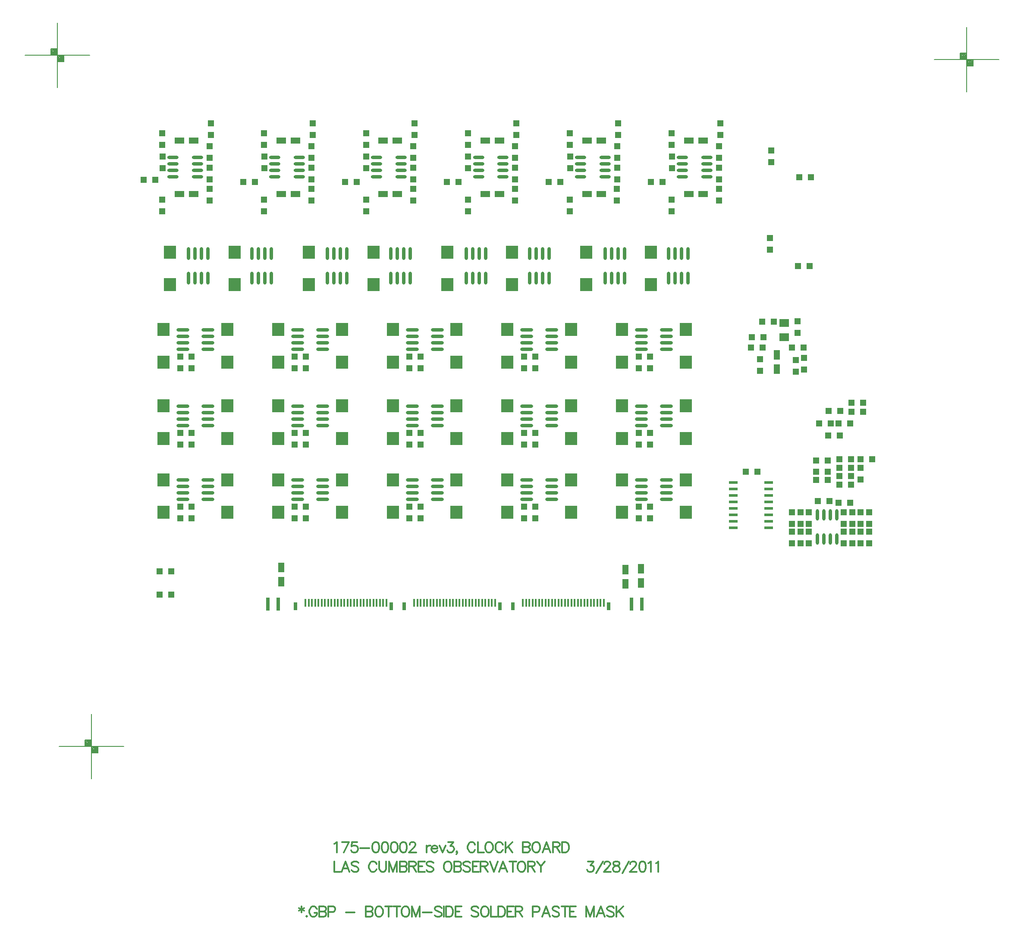
<source format=gbp>
%FSLAX23Y23*%
%MOIN*%
G70*
G01*
G75*
G04 Layer_Color=128*
%ADD10O,0.010X0.061*%
%ADD11O,0.061X0.010*%
%ADD12R,0.037X0.035*%
%ADD13R,0.037X0.035*%
%ADD14R,0.035X0.037*%
%ADD15R,0.035X0.037*%
%ADD16R,0.138X0.085*%
%ADD17R,0.043X0.085*%
%ADD18R,0.043X0.085*%
%ADD19R,0.135X0.070*%
%ADD20R,0.028X0.036*%
%ADD21R,0.036X0.036*%
%ADD22R,0.036X0.036*%
%ADD23R,0.100X0.100*%
%ADD24R,0.060X0.086*%
%ADD25R,0.045X0.017*%
%ADD26R,0.031X0.060*%
%ADD27R,0.014X0.060*%
%ADD28R,0.030X0.100*%
%ADD29R,0.228X0.228*%
%ADD30O,0.008X0.033*%
%ADD31O,0.033X0.008*%
%ADD32O,0.024X0.087*%
%ADD33R,0.050X0.050*%
%ADD34R,0.070X0.135*%
%ADD35O,0.098X0.028*%
%ADD36R,0.050X0.050*%
%ADD37R,0.085X0.043*%
%ADD38R,0.085X0.043*%
%ADD39R,0.085X0.138*%
%ADD40R,0.048X0.078*%
%ADD41C,0.040*%
%ADD42C,0.010*%
%ADD43C,0.005*%
%ADD44C,0.020*%
%ADD45C,0.007*%
%ADD46C,0.012*%
%ADD47R,1.181X0.787*%
%ADD48C,0.008*%
%ADD49C,0.012*%
%ADD50C,0.012*%
%ADD51C,0.020*%
%ADD52C,0.026*%
%ADD53R,0.059X0.059*%
%ADD54C,0.059*%
%ADD55C,0.236*%
%ADD56C,0.050*%
%ADD57C,0.024*%
%ADD58C,0.040*%
%ADD59C,0.030*%
%ADD60C,0.033*%
%ADD61C,0.055*%
G04:AMPARAMS|DCode=62|XSize=70mil|YSize=70mil|CornerRadius=0mil|HoleSize=0mil|Usage=FLASHONLY|Rotation=0.000|XOffset=0mil|YOffset=0mil|HoleType=Round|Shape=Relief|Width=10mil|Gap=10mil|Entries=4|*
%AMTHD62*
7,0,0,0.070,0.050,0.010,45*
%
%ADD62THD62*%
G04:AMPARAMS|DCode=63|XSize=95.433mil|YSize=95.433mil|CornerRadius=0mil|HoleSize=0mil|Usage=FLASHONLY|Rotation=0.000|XOffset=0mil|YOffset=0mil|HoleType=Round|Shape=Relief|Width=10mil|Gap=10mil|Entries=4|*
%AMTHD63*
7,0,0,0.095,0.075,0.010,45*
%
%ADD63THD63*%
%ADD64C,0.045*%
%ADD65R,0.065X0.024*%
%ADD66R,0.094X0.102*%
%ADD67R,0.075X0.063*%
%ADD68O,0.087X0.024*%
%ADD69R,0.078X0.048*%
%ADD70O,0.028X0.098*%
%ADD71R,1.181X0.787*%
%ADD72C,0.024*%
%ADD73C,0.010*%
%ADD74C,0.010*%
%ADD75C,0.008*%
%ADD76C,0.006*%
%ADD77R,0.240X0.165*%
%ADD78R,1.181X0.787*%
%ADD79O,0.014X0.065*%
%ADD80O,0.065X0.014*%
%ADD81R,0.041X0.039*%
%ADD82R,0.041X0.039*%
%ADD83R,0.039X0.041*%
%ADD84R,0.039X0.041*%
%ADD85R,0.142X0.089*%
%ADD86R,0.047X0.089*%
%ADD87R,0.047X0.089*%
%ADD88R,0.139X0.074*%
%ADD89R,0.032X0.040*%
%ADD90R,0.040X0.040*%
%ADD91R,0.040X0.040*%
%ADD92R,0.104X0.104*%
%ADD93R,0.064X0.090*%
%ADD94R,0.049X0.021*%
%ADD95R,0.232X0.232*%
%ADD96O,0.012X0.037*%
%ADD97O,0.037X0.012*%
%ADD98O,0.028X0.091*%
%ADD99R,0.054X0.054*%
%ADD100R,0.074X0.139*%
%ADD101O,0.102X0.032*%
%ADD102R,0.054X0.054*%
%ADD103R,0.089X0.047*%
%ADD104R,0.089X0.047*%
%ADD105R,0.089X0.142*%
%ADD106R,0.052X0.082*%
%ADD107C,0.080*%
%ADD108C,0.120*%
%ADD109C,0.030*%
%ADD110R,0.063X0.063*%
%ADD111C,0.063*%
%ADD112C,0.240*%
%ADD113C,0.054*%
%ADD114C,0.028*%
%ADD115R,1.099X0.163*%
%ADD116R,0.069X0.028*%
%ADD117R,0.098X0.106*%
%ADD118R,0.079X0.067*%
%ADD119O,0.091X0.028*%
%ADD120R,0.082X0.052*%
%ADD121O,0.032X0.102*%
D26*
X22645Y15776D02*
D03*
X23385D02*
D03*
X23485D02*
D03*
X24225D02*
D03*
X24325D02*
D03*
X25065D02*
D03*
D27*
X22747Y15803D02*
D03*
X22772D02*
D03*
X22797D02*
D03*
X22822D02*
D03*
X22847D02*
D03*
X22872D02*
D03*
X22897D02*
D03*
X22922D02*
D03*
X22947D02*
D03*
X22972D02*
D03*
X22997D02*
D03*
X23022D02*
D03*
X23047D02*
D03*
X23072D02*
D03*
X23097D02*
D03*
X23122D02*
D03*
X23147D02*
D03*
X23172D02*
D03*
X23197D02*
D03*
X23222D02*
D03*
X23247D02*
D03*
X23272D02*
D03*
X23297D02*
D03*
X23322D02*
D03*
X23562D02*
D03*
X23587D02*
D03*
X23612D02*
D03*
X23637D02*
D03*
X23662D02*
D03*
X23687D02*
D03*
X23712D02*
D03*
X23737D02*
D03*
X23762D02*
D03*
X23787D02*
D03*
X23812D02*
D03*
X23837D02*
D03*
X23862D02*
D03*
X23887D02*
D03*
X23912D02*
D03*
X23937D02*
D03*
X23962D02*
D03*
X23987D02*
D03*
X24012D02*
D03*
X24037D02*
D03*
X24062D02*
D03*
X24087D02*
D03*
X24112D02*
D03*
X24137D02*
D03*
X24162D02*
D03*
X24187D02*
D03*
X24403Y15804D02*
D03*
X24428D02*
D03*
X24453D02*
D03*
X24478D02*
D03*
X24503D02*
D03*
X24528D02*
D03*
X24553D02*
D03*
X24578D02*
D03*
X24603D02*
D03*
X24628D02*
D03*
X24653D02*
D03*
X24678D02*
D03*
X24703D02*
D03*
X24728D02*
D03*
X24753D02*
D03*
X24778D02*
D03*
X24803D02*
D03*
X24828D02*
D03*
X24853D02*
D03*
X24878D02*
D03*
X24903D02*
D03*
X24928D02*
D03*
X24953D02*
D03*
X24978D02*
D03*
X25003D02*
D03*
X25028D02*
D03*
X22722Y15803D02*
D03*
X23347D02*
D03*
D28*
X22431Y15794D02*
D03*
X22510D02*
D03*
X25241Y15794D02*
D03*
X25320D02*
D03*
D32*
X26828Y16295D02*
D03*
X26778D02*
D03*
X26728D02*
D03*
X26678D02*
D03*
X26828Y16484D02*
D03*
X26778D02*
D03*
X26728D02*
D03*
X26678D02*
D03*
D33*
X26214Y16817D02*
D03*
X26124D02*
D03*
X25481Y19056D02*
D03*
X25391D02*
D03*
X24603D02*
D03*
X24693D02*
D03*
X23816D02*
D03*
X23906D02*
D03*
X23029D02*
D03*
X23119D02*
D03*
X22241D02*
D03*
X22331D02*
D03*
X21472Y19072D02*
D03*
X21562D02*
D03*
X26848Y16912D02*
D03*
X26938D02*
D03*
X26668Y16817D02*
D03*
X26758D02*
D03*
X26668Y16752D02*
D03*
X26758D02*
D03*
X26938Y16717D02*
D03*
X26848D02*
D03*
X27103Y16912D02*
D03*
X27013D02*
D03*
X27030Y17350D02*
D03*
X26940D02*
D03*
X26848Y16782D02*
D03*
X26938D02*
D03*
X26930Y17190D02*
D03*
X26840D02*
D03*
X26690Y17190D02*
D03*
X26780D02*
D03*
X21595Y15865D02*
D03*
X21685D02*
D03*
X21685Y16045D02*
D03*
X21595D02*
D03*
X26758Y16902D02*
D03*
X26668D02*
D03*
X26848Y16847D02*
D03*
X26938D02*
D03*
X26481Y17775D02*
D03*
X26571D02*
D03*
X26850Y17095D02*
D03*
X26760D02*
D03*
X26256Y17775D02*
D03*
X26166D02*
D03*
X26855Y17285D02*
D03*
X26765D02*
D03*
X26341Y17975D02*
D03*
X26251D02*
D03*
X26261Y17855D02*
D03*
X26171D02*
D03*
X26537Y19094D02*
D03*
X26627D02*
D03*
X26528Y18407D02*
D03*
X26618D02*
D03*
X26941Y17280D02*
D03*
X27031D02*
D03*
X26931Y16577D02*
D03*
X26841D02*
D03*
X26680Y16588D02*
D03*
X26770D02*
D03*
D35*
X24626Y16753D02*
D03*
Y16703D02*
D03*
Y16653D02*
D03*
Y16603D02*
D03*
X24433Y16753D02*
D03*
Y16703D02*
D03*
Y16653D02*
D03*
Y16603D02*
D03*
X25511Y17914D02*
D03*
Y17864D02*
D03*
Y17814D02*
D03*
Y17764D02*
D03*
X25319Y17914D02*
D03*
Y17864D02*
D03*
Y17814D02*
D03*
Y17764D02*
D03*
X22854Y17914D02*
D03*
Y17864D02*
D03*
Y17814D02*
D03*
Y17764D02*
D03*
X22661Y17914D02*
D03*
Y17864D02*
D03*
Y17814D02*
D03*
Y17764D02*
D03*
X24433D02*
D03*
Y17814D02*
D03*
Y17864D02*
D03*
Y17914D02*
D03*
X24626Y17764D02*
D03*
Y17814D02*
D03*
Y17864D02*
D03*
Y17914D02*
D03*
X23547Y17764D02*
D03*
Y17814D02*
D03*
Y17864D02*
D03*
Y17914D02*
D03*
X23740Y17764D02*
D03*
Y17814D02*
D03*
Y17864D02*
D03*
Y17914D02*
D03*
X21775Y17764D02*
D03*
Y17814D02*
D03*
Y17864D02*
D03*
Y17914D02*
D03*
X21968Y17764D02*
D03*
Y17814D02*
D03*
Y17864D02*
D03*
Y17914D02*
D03*
X21775Y17174D02*
D03*
Y17224D02*
D03*
Y17274D02*
D03*
Y17324D02*
D03*
X21968Y17174D02*
D03*
Y17224D02*
D03*
Y17274D02*
D03*
Y17324D02*
D03*
X24433Y17174D02*
D03*
Y17224D02*
D03*
Y17274D02*
D03*
Y17324D02*
D03*
X24626Y17174D02*
D03*
Y17224D02*
D03*
Y17274D02*
D03*
Y17324D02*
D03*
X25319Y17174D02*
D03*
Y17224D02*
D03*
Y17274D02*
D03*
Y17324D02*
D03*
X25511Y17174D02*
D03*
Y17224D02*
D03*
Y17274D02*
D03*
Y17324D02*
D03*
X21775Y16603D02*
D03*
Y16653D02*
D03*
Y16703D02*
D03*
Y16753D02*
D03*
X21968Y16603D02*
D03*
Y16653D02*
D03*
Y16703D02*
D03*
Y16753D02*
D03*
X22661Y16603D02*
D03*
Y16653D02*
D03*
Y16703D02*
D03*
Y16753D02*
D03*
X22854Y16603D02*
D03*
Y16653D02*
D03*
Y16703D02*
D03*
Y16753D02*
D03*
X25319Y16603D02*
D03*
Y16653D02*
D03*
Y16703D02*
D03*
Y16753D02*
D03*
X25511Y16603D02*
D03*
Y16653D02*
D03*
Y16703D02*
D03*
Y16753D02*
D03*
X22854Y17324D02*
D03*
Y17274D02*
D03*
Y17224D02*
D03*
Y17174D02*
D03*
X22661Y17324D02*
D03*
Y17274D02*
D03*
Y17224D02*
D03*
Y17174D02*
D03*
X23740Y17324D02*
D03*
Y17274D02*
D03*
Y17224D02*
D03*
Y17174D02*
D03*
X23547Y17324D02*
D03*
Y17274D02*
D03*
Y17224D02*
D03*
Y17174D02*
D03*
X23740Y16753D02*
D03*
Y16703D02*
D03*
Y16653D02*
D03*
Y16603D02*
D03*
X23547Y16753D02*
D03*
Y16703D02*
D03*
Y16653D02*
D03*
Y16603D02*
D03*
D36*
X26612Y16504D02*
D03*
Y16414D02*
D03*
X26548Y16504D02*
D03*
Y16414D02*
D03*
X26483Y16354D02*
D03*
Y16264D02*
D03*
X26612Y16264D02*
D03*
Y16354D02*
D03*
X26548Y16264D02*
D03*
Y16354D02*
D03*
X27013Y16354D02*
D03*
Y16264D02*
D03*
X25297Y17617D02*
D03*
Y17707D02*
D03*
X22639Y17617D02*
D03*
Y17707D02*
D03*
X25384D02*
D03*
Y17617D02*
D03*
X22726Y17707D02*
D03*
Y17617D02*
D03*
X25918Y19333D02*
D03*
Y19243D02*
D03*
X25131D02*
D03*
Y19333D02*
D03*
X24343Y19243D02*
D03*
Y19333D02*
D03*
X23556Y19243D02*
D03*
Y19333D02*
D03*
X22769Y19243D02*
D03*
Y19333D02*
D03*
X21981Y19243D02*
D03*
Y19333D02*
D03*
X25917Y18914D02*
D03*
Y19004D02*
D03*
X25129Y18914D02*
D03*
Y19004D02*
D03*
X24342Y18914D02*
D03*
Y19004D02*
D03*
X23555Y18914D02*
D03*
Y19004D02*
D03*
X22767Y18914D02*
D03*
Y19004D02*
D03*
X21980Y18914D02*
D03*
Y19004D02*
D03*
X25553Y19431D02*
D03*
Y19341D02*
D03*
X24765D02*
D03*
Y19431D02*
D03*
X23978Y19341D02*
D03*
Y19431D02*
D03*
X23190Y19341D02*
D03*
Y19431D02*
D03*
X22403Y19341D02*
D03*
Y19431D02*
D03*
X21616Y19341D02*
D03*
Y19431D02*
D03*
X24411Y17707D02*
D03*
Y17617D02*
D03*
X23525Y17707D02*
D03*
Y17617D02*
D03*
X21754Y17707D02*
D03*
Y17617D02*
D03*
X24498D02*
D03*
Y17707D02*
D03*
X23612Y17617D02*
D03*
Y17707D02*
D03*
X21840Y17617D02*
D03*
Y17707D02*
D03*
X25918Y19075D02*
D03*
Y19165D02*
D03*
X25131Y19075D02*
D03*
Y19165D02*
D03*
X24343Y19075D02*
D03*
Y19165D02*
D03*
X23556Y19075D02*
D03*
Y19165D02*
D03*
X22769Y19075D02*
D03*
Y19165D02*
D03*
X21981Y19075D02*
D03*
Y19165D02*
D03*
X25553Y18919D02*
D03*
Y18829D02*
D03*
X24765Y18919D02*
D03*
Y18829D02*
D03*
X23978Y18919D02*
D03*
Y18829D02*
D03*
X23190Y18919D02*
D03*
Y18829D02*
D03*
X22403Y18919D02*
D03*
Y18829D02*
D03*
X21616Y18919D02*
D03*
Y18829D02*
D03*
X25554Y19254D02*
D03*
Y19164D02*
D03*
X24767Y19254D02*
D03*
Y19164D02*
D03*
X23979Y19254D02*
D03*
Y19164D02*
D03*
X23192Y19254D02*
D03*
Y19164D02*
D03*
X22404Y19254D02*
D03*
Y19164D02*
D03*
X21617Y19254D02*
D03*
Y19164D02*
D03*
X25927Y19420D02*
D03*
Y19510D02*
D03*
X25139D02*
D03*
Y19420D02*
D03*
X24352Y19510D02*
D03*
Y19420D02*
D03*
X23564Y19510D02*
D03*
Y19420D02*
D03*
X22777Y19510D02*
D03*
Y19420D02*
D03*
X21990Y19510D02*
D03*
Y19420D02*
D03*
X21840Y17026D02*
D03*
Y17116D02*
D03*
X24498Y17026D02*
D03*
Y17116D02*
D03*
X25384Y17026D02*
D03*
Y17116D02*
D03*
X21840Y16456D02*
D03*
Y16546D02*
D03*
X22726Y16456D02*
D03*
Y16546D02*
D03*
X25384Y16456D02*
D03*
Y16546D02*
D03*
X21754Y17116D02*
D03*
Y17026D02*
D03*
X24411Y17116D02*
D03*
Y17026D02*
D03*
X25297Y17116D02*
D03*
Y17026D02*
D03*
X21754Y16546D02*
D03*
Y16456D02*
D03*
X22639Y16546D02*
D03*
Y16456D02*
D03*
X25297Y16546D02*
D03*
Y16456D02*
D03*
X22726Y17116D02*
D03*
Y17026D02*
D03*
X23612Y17116D02*
D03*
Y17026D02*
D03*
Y16546D02*
D03*
Y16456D02*
D03*
X24498Y16546D02*
D03*
Y16456D02*
D03*
X22639Y17026D02*
D03*
Y17116D02*
D03*
X23525Y17026D02*
D03*
Y17116D02*
D03*
Y16456D02*
D03*
Y16546D02*
D03*
X24411Y16456D02*
D03*
Y16546D02*
D03*
X27013Y16847D02*
D03*
Y16757D02*
D03*
X26948Y16354D02*
D03*
Y16264D02*
D03*
X26883D02*
D03*
Y16354D02*
D03*
X27078Y16354D02*
D03*
Y16264D02*
D03*
X26483Y16414D02*
D03*
Y16504D02*
D03*
X26883Y16414D02*
D03*
Y16504D02*
D03*
X27013Y16414D02*
D03*
Y16504D02*
D03*
X26948Y16504D02*
D03*
Y16414D02*
D03*
X27078Y16504D02*
D03*
Y16414D02*
D03*
X26576Y17605D02*
D03*
Y17695D02*
D03*
X26526Y17890D02*
D03*
Y17980D02*
D03*
X26511Y17680D02*
D03*
Y17590D02*
D03*
X26236Y17685D02*
D03*
Y17595D02*
D03*
X26322Y19299D02*
D03*
Y19209D02*
D03*
X26313Y18622D02*
D03*
Y18532D02*
D03*
D40*
X26366Y17610D02*
D03*
Y17720D02*
D03*
X22536Y16075D02*
D03*
Y15965D02*
D03*
X25316Y15955D02*
D03*
Y16065D02*
D03*
X25196Y15950D02*
D03*
Y16060D02*
D03*
D48*
X20554Y20037D02*
X21054D01*
X20804Y19787D02*
Y20287D01*
X20754Y20037D02*
Y20087D01*
X20804D01*
X20854Y19987D02*
Y20037D01*
X20804Y19987D02*
X20854D01*
X20809Y20032D02*
X20849D01*
Y19992D02*
Y20032D01*
X20809Y19992D02*
X20849D01*
X20809D02*
Y20032D01*
X20814Y20027D02*
X20844D01*
Y19997D02*
Y20027D01*
X20814Y19997D02*
X20844D01*
X20814D02*
Y20022D01*
X20819D02*
X20839D01*
Y20002D02*
Y20022D01*
X20819Y20002D02*
X20839D01*
X20819D02*
Y20017D01*
X20824D02*
X20834D01*
Y20007D02*
Y20017D01*
X20824Y20007D02*
X20834D01*
X20824D02*
Y20017D01*
Y20012D02*
X20834D01*
X20759Y20082D02*
X20799D01*
Y20042D02*
Y20082D01*
X20759Y20042D02*
X20799D01*
X20759D02*
Y20082D01*
X20764Y20077D02*
X20794D01*
Y20047D02*
Y20077D01*
X20764Y20047D02*
X20794D01*
X20764D02*
Y20072D01*
X20769D02*
X20789D01*
Y20052D02*
Y20072D01*
X20769Y20052D02*
X20789D01*
X20769D02*
Y20067D01*
X20774D02*
X20784D01*
Y20057D02*
Y20067D01*
X20774Y20057D02*
X20784D01*
X20774D02*
Y20067D01*
Y20062D02*
X20784D01*
X20818Y14694D02*
X21318D01*
X21068Y14444D02*
Y14944D01*
X21018Y14694D02*
Y14744D01*
X21068D01*
X21118Y14644D02*
Y14694D01*
X21068Y14644D02*
X21118D01*
X21073Y14689D02*
X21113D01*
Y14649D02*
Y14689D01*
X21073Y14649D02*
X21113D01*
X21073D02*
Y14689D01*
X21078Y14684D02*
X21108D01*
Y14654D02*
Y14684D01*
X21078Y14654D02*
X21108D01*
X21078D02*
Y14679D01*
X21083D02*
X21103D01*
Y14659D02*
Y14679D01*
X21083Y14659D02*
X21103D01*
X21083D02*
Y14674D01*
X21088D02*
X21098D01*
Y14664D02*
Y14674D01*
X21088Y14664D02*
X21098D01*
X21088D02*
Y14674D01*
Y14669D02*
X21098D01*
X21023Y14739D02*
X21063D01*
Y14699D02*
Y14739D01*
X21023Y14699D02*
X21063D01*
X21023D02*
Y14739D01*
X21028Y14734D02*
X21058D01*
Y14704D02*
Y14734D01*
X21028Y14704D02*
X21058D01*
X21028D02*
Y14729D01*
X21033D02*
X21053D01*
Y14709D02*
Y14729D01*
X21033Y14709D02*
X21053D01*
X21033D02*
Y14724D01*
X21038D02*
X21048D01*
Y14714D02*
Y14724D01*
X21038Y14714D02*
X21048D01*
X21038D02*
Y14724D01*
Y14719D02*
X21048D01*
X27582Y20004D02*
X28082D01*
X27832Y19754D02*
Y20254D01*
X27782Y20004D02*
Y20054D01*
X27832D01*
X27882Y19954D02*
Y20004D01*
X27832Y19954D02*
X27882D01*
X27837Y19999D02*
X27877D01*
Y19959D02*
Y19999D01*
X27837Y19959D02*
X27877D01*
X27837D02*
Y19999D01*
X27842Y19994D02*
X27872D01*
Y19964D02*
Y19994D01*
X27842Y19964D02*
X27872D01*
X27842D02*
Y19989D01*
X27847D02*
X27867D01*
Y19969D02*
Y19989D01*
X27847Y19969D02*
X27867D01*
X27847D02*
Y19984D01*
X27852D02*
X27862D01*
Y19974D02*
Y19984D01*
X27852Y19974D02*
X27862D01*
X27852D02*
Y19984D01*
Y19979D02*
X27862D01*
X27787Y20049D02*
X27827D01*
Y20009D02*
Y20049D01*
X27787Y20009D02*
X27827D01*
X27787D02*
Y20049D01*
X27792Y20044D02*
X27822D01*
Y20014D02*
Y20044D01*
X27792Y20014D02*
X27822D01*
X27792D02*
Y20039D01*
X27797D02*
X27817D01*
Y20019D02*
Y20039D01*
X27797Y20019D02*
X27817D01*
X27797D02*
Y20034D01*
X27802D02*
X27812D01*
Y20024D02*
Y20034D01*
X27802Y20024D02*
X27812D01*
X27802D02*
Y20034D01*
Y20029D02*
X27812D01*
D49*
X22692Y13455D02*
Y13410D01*
X22673Y13444D02*
X22711Y13421D01*
Y13444D02*
X22673Y13421D01*
X22732Y13383D02*
X22728Y13379D01*
X22732Y13375D01*
X22735Y13379D01*
X22732Y13383D01*
X22810Y13436D02*
X22806Y13444D01*
X22799Y13452D01*
X22791Y13455D01*
X22776D01*
X22768Y13452D01*
X22760Y13444D01*
X22757Y13436D01*
X22753Y13425D01*
Y13406D01*
X22757Y13395D01*
X22760Y13387D01*
X22768Y13379D01*
X22776Y13375D01*
X22791D01*
X22799Y13379D01*
X22806Y13387D01*
X22810Y13395D01*
Y13406D01*
X22791D02*
X22810D01*
X22828Y13455D02*
Y13375D01*
Y13455D02*
X22863D01*
X22874Y13452D01*
X22878Y13448D01*
X22882Y13440D01*
Y13433D01*
X22878Y13425D01*
X22874Y13421D01*
X22863Y13417D01*
X22828D02*
X22863D01*
X22874Y13414D01*
X22878Y13410D01*
X22882Y13402D01*
Y13391D01*
X22878Y13383D01*
X22874Y13379D01*
X22863Y13375D01*
X22828D01*
X22899Y13414D02*
X22934D01*
X22945Y13417D01*
X22949Y13421D01*
X22953Y13429D01*
Y13440D01*
X22949Y13448D01*
X22945Y13452D01*
X22934Y13455D01*
X22899D01*
Y13375D01*
X23034Y13410D02*
X23102D01*
X23189Y13455D02*
Y13375D01*
Y13455D02*
X23223D01*
X23234Y13452D01*
X23238Y13448D01*
X23242Y13440D01*
Y13433D01*
X23238Y13425D01*
X23234Y13421D01*
X23223Y13417D01*
X23189D02*
X23223D01*
X23234Y13414D01*
X23238Y13410D01*
X23242Y13402D01*
Y13391D01*
X23238Y13383D01*
X23234Y13379D01*
X23223Y13375D01*
X23189D01*
X23283Y13455D02*
X23275Y13452D01*
X23267Y13444D01*
X23264Y13436D01*
X23260Y13425D01*
Y13406D01*
X23264Y13395D01*
X23267Y13387D01*
X23275Y13379D01*
X23283Y13375D01*
X23298D01*
X23306Y13379D01*
X23313Y13387D01*
X23317Y13395D01*
X23321Y13406D01*
Y13425D01*
X23317Y13436D01*
X23313Y13444D01*
X23306Y13452D01*
X23298Y13455D01*
X23283D01*
X23366D02*
Y13375D01*
X23339Y13455D02*
X23393D01*
X23429D02*
Y13375D01*
X23402Y13455D02*
X23456D01*
X23488D02*
X23480Y13452D01*
X23473Y13444D01*
X23469Y13436D01*
X23465Y13425D01*
Y13406D01*
X23469Y13395D01*
X23473Y13387D01*
X23480Y13379D01*
X23488Y13375D01*
X23503D01*
X23511Y13379D01*
X23518Y13387D01*
X23522Y13395D01*
X23526Y13406D01*
Y13425D01*
X23522Y13436D01*
X23518Y13444D01*
X23511Y13452D01*
X23503Y13455D01*
X23488D01*
X23545D02*
Y13375D01*
Y13455D02*
X23575Y13375D01*
X23606Y13455D02*
X23575Y13375D01*
X23606Y13455D02*
Y13375D01*
X23628Y13410D02*
X23697D01*
X23774Y13444D02*
X23766Y13452D01*
X23755Y13455D01*
X23740D01*
X23728Y13452D01*
X23721Y13444D01*
Y13436D01*
X23724Y13429D01*
X23728Y13425D01*
X23736Y13421D01*
X23759Y13414D01*
X23766Y13410D01*
X23770Y13406D01*
X23774Y13398D01*
Y13387D01*
X23766Y13379D01*
X23755Y13375D01*
X23740D01*
X23728Y13379D01*
X23721Y13387D01*
X23792Y13455D02*
Y13375D01*
X23809Y13455D02*
Y13375D01*
Y13455D02*
X23835D01*
X23847Y13452D01*
X23854Y13444D01*
X23858Y13436D01*
X23862Y13425D01*
Y13406D01*
X23858Y13395D01*
X23854Y13387D01*
X23847Y13379D01*
X23835Y13375D01*
X23809D01*
X23929Y13455D02*
X23880D01*
Y13375D01*
X23929D01*
X23880Y13417D02*
X23910D01*
X24059Y13444D02*
X24051Y13452D01*
X24040Y13455D01*
X24025D01*
X24013Y13452D01*
X24006Y13444D01*
Y13436D01*
X24009Y13429D01*
X24013Y13425D01*
X24021Y13421D01*
X24044Y13414D01*
X24051Y13410D01*
X24055Y13406D01*
X24059Y13398D01*
Y13387D01*
X24051Y13379D01*
X24040Y13375D01*
X24025D01*
X24013Y13379D01*
X24006Y13387D01*
X24100Y13455D02*
X24092Y13452D01*
X24084Y13444D01*
X24081Y13436D01*
X24077Y13425D01*
Y13406D01*
X24081Y13395D01*
X24084Y13387D01*
X24092Y13379D01*
X24100Y13375D01*
X24115D01*
X24122Y13379D01*
X24130Y13387D01*
X24134Y13395D01*
X24138Y13406D01*
Y13425D01*
X24134Y13436D01*
X24130Y13444D01*
X24122Y13452D01*
X24115Y13455D01*
X24100D01*
X24156D02*
Y13375D01*
X24202D01*
X24211Y13455D02*
Y13375D01*
Y13455D02*
X24237D01*
X24249Y13452D01*
X24257Y13444D01*
X24260Y13436D01*
X24264Y13425D01*
Y13406D01*
X24260Y13395D01*
X24257Y13387D01*
X24249Y13379D01*
X24237Y13375D01*
X24211D01*
X24332Y13455D02*
X24282D01*
Y13375D01*
X24332D01*
X24282Y13417D02*
X24313D01*
X24345Y13455D02*
Y13375D01*
Y13455D02*
X24379D01*
X24391Y13452D01*
X24394Y13448D01*
X24398Y13440D01*
Y13433D01*
X24394Y13425D01*
X24391Y13421D01*
X24379Y13417D01*
X24345D01*
X24372D02*
X24398Y13375D01*
X24479Y13414D02*
X24513D01*
X24525Y13417D01*
X24528Y13421D01*
X24532Y13429D01*
Y13440D01*
X24528Y13448D01*
X24525Y13452D01*
X24513Y13455D01*
X24479D01*
Y13375D01*
X24611D02*
X24581Y13455D01*
X24550Y13375D01*
X24562Y13402D02*
X24600D01*
X24683Y13444D02*
X24675Y13452D01*
X24664Y13455D01*
X24649D01*
X24637Y13452D01*
X24630Y13444D01*
Y13436D01*
X24634Y13429D01*
X24637Y13425D01*
X24645Y13421D01*
X24668Y13414D01*
X24675Y13410D01*
X24679Y13406D01*
X24683Y13398D01*
Y13387D01*
X24675Y13379D01*
X24664Y13375D01*
X24649D01*
X24637Y13379D01*
X24630Y13387D01*
X24728Y13455D02*
Y13375D01*
X24701Y13455D02*
X24754D01*
X24813D02*
X24764D01*
Y13375D01*
X24813D01*
X24764Y13417D02*
X24794D01*
X24890Y13455D02*
Y13375D01*
Y13455D02*
X24920Y13375D01*
X24950Y13455D02*
X24920Y13375D01*
X24950Y13455D02*
Y13375D01*
X25034D02*
X25004Y13455D01*
X24973Y13375D01*
X24985Y13402D02*
X25023D01*
X25106Y13444D02*
X25099Y13452D01*
X25087Y13455D01*
X25072D01*
X25061Y13452D01*
X25053Y13444D01*
Y13436D01*
X25057Y13429D01*
X25061Y13425D01*
X25068Y13421D01*
X25091Y13414D01*
X25099Y13410D01*
X25102Y13406D01*
X25106Y13398D01*
Y13387D01*
X25099Y13379D01*
X25087Y13375D01*
X25072D01*
X25061Y13379D01*
X25053Y13387D01*
X25124Y13455D02*
Y13375D01*
X25177Y13455D02*
X25124Y13402D01*
X25143Y13421D02*
X25177Y13375D01*
X22945Y13938D02*
X22953Y13942D01*
X22964Y13953D01*
Y13873D01*
X23057Y13953D02*
X23019Y13873D01*
X23004Y13953D02*
X23057D01*
X23121D02*
X23083D01*
X23079Y13919D01*
X23083Y13923D01*
X23094Y13926D01*
X23106D01*
X23117Y13923D01*
X23125Y13915D01*
X23128Y13904D01*
Y13896D01*
X23125Y13885D01*
X23117Y13877D01*
X23106Y13873D01*
X23094D01*
X23083Y13877D01*
X23079Y13881D01*
X23075Y13888D01*
X23146Y13907D02*
X23215D01*
X23261Y13953D02*
X23250Y13949D01*
X23242Y13938D01*
X23239Y13919D01*
Y13907D01*
X23242Y13888D01*
X23250Y13877D01*
X23261Y13873D01*
X23269D01*
X23280Y13877D01*
X23288Y13888D01*
X23292Y13907D01*
Y13919D01*
X23288Y13938D01*
X23280Y13949D01*
X23269Y13953D01*
X23261D01*
X23333D02*
X23321Y13949D01*
X23314Y13938D01*
X23310Y13919D01*
Y13907D01*
X23314Y13888D01*
X23321Y13877D01*
X23333Y13873D01*
X23340D01*
X23352Y13877D01*
X23359Y13888D01*
X23363Y13907D01*
Y13919D01*
X23359Y13938D01*
X23352Y13949D01*
X23340Y13953D01*
X23333D01*
X23404D02*
X23392Y13949D01*
X23385Y13938D01*
X23381Y13919D01*
Y13907D01*
X23385Y13888D01*
X23392Y13877D01*
X23404Y13873D01*
X23411D01*
X23423Y13877D01*
X23431Y13888D01*
X23434Y13907D01*
Y13919D01*
X23431Y13938D01*
X23423Y13949D01*
X23411Y13953D01*
X23404D01*
X23475D02*
X23464Y13949D01*
X23456Y13938D01*
X23452Y13919D01*
Y13907D01*
X23456Y13888D01*
X23464Y13877D01*
X23475Y13873D01*
X23483D01*
X23494Y13877D01*
X23502Y13888D01*
X23506Y13907D01*
Y13919D01*
X23502Y13938D01*
X23494Y13949D01*
X23483Y13953D01*
X23475D01*
X23527Y13934D02*
Y13938D01*
X23531Y13945D01*
X23535Y13949D01*
X23543Y13953D01*
X23558D01*
X23565Y13949D01*
X23569Y13945D01*
X23573Y13938D01*
Y13930D01*
X23569Y13923D01*
X23562Y13911D01*
X23523Y13873D01*
X23577D01*
X23658Y13926D02*
Y13873D01*
Y13904D02*
X23661Y13915D01*
X23669Y13923D01*
X23677Y13926D01*
X23688D01*
X23695Y13904D02*
X23741D01*
Y13911D01*
X23737Y13919D01*
X23733Y13923D01*
X23726Y13926D01*
X23714D01*
X23707Y13923D01*
X23699Y13915D01*
X23695Y13904D01*
Y13896D01*
X23699Y13885D01*
X23707Y13877D01*
X23714Y13873D01*
X23726D01*
X23733Y13877D01*
X23741Y13885D01*
X23758Y13926D02*
X23781Y13873D01*
X23804Y13926D02*
X23781Y13873D01*
X23824Y13953D02*
X23866D01*
X23843Y13923D01*
X23855D01*
X23862Y13919D01*
X23866Y13915D01*
X23870Y13904D01*
Y13896D01*
X23866Y13885D01*
X23859Y13877D01*
X23847Y13873D01*
X23836D01*
X23824Y13877D01*
X23821Y13881D01*
X23817Y13888D01*
X23896Y13877D02*
X23892Y13873D01*
X23888Y13877D01*
X23892Y13881D01*
X23896Y13877D01*
Y13869D01*
X23892Y13862D01*
X23888Y13858D01*
X24033Y13934D02*
X24029Y13942D01*
X24022Y13949D01*
X24014Y13953D01*
X23999D01*
X23991Y13949D01*
X23984Y13942D01*
X23980Y13934D01*
X23976Y13923D01*
Y13904D01*
X23980Y13892D01*
X23984Y13885D01*
X23991Y13877D01*
X23999Y13873D01*
X24014D01*
X24022Y13877D01*
X24029Y13885D01*
X24033Y13892D01*
X24056Y13953D02*
Y13873D01*
X24101D01*
X24133Y13953D02*
X24125Y13949D01*
X24118Y13942D01*
X24114Y13934D01*
X24110Y13923D01*
Y13904D01*
X24114Y13892D01*
X24118Y13885D01*
X24125Y13877D01*
X24133Y13873D01*
X24148D01*
X24156Y13877D01*
X24163Y13885D01*
X24167Y13892D01*
X24171Y13904D01*
Y13923D01*
X24167Y13934D01*
X24163Y13942D01*
X24156Y13949D01*
X24148Y13953D01*
X24133D01*
X24247Y13934D02*
X24243Y13942D01*
X24235Y13949D01*
X24228Y13953D01*
X24212D01*
X24205Y13949D01*
X24197Y13942D01*
X24193Y13934D01*
X24190Y13923D01*
Y13904D01*
X24193Y13892D01*
X24197Y13885D01*
X24205Y13877D01*
X24212Y13873D01*
X24228D01*
X24235Y13877D01*
X24243Y13885D01*
X24247Y13892D01*
X24269Y13953D02*
Y13873D01*
X24323Y13953D02*
X24269Y13900D01*
X24288Y13919D02*
X24323Y13873D01*
X24403Y13953D02*
Y13873D01*
Y13953D02*
X24438D01*
X24449Y13949D01*
X24453Y13945D01*
X24457Y13938D01*
Y13930D01*
X24453Y13923D01*
X24449Y13919D01*
X24438Y13915D01*
X24403D02*
X24438D01*
X24449Y13911D01*
X24453Y13907D01*
X24457Y13900D01*
Y13888D01*
X24453Y13881D01*
X24449Y13877D01*
X24438Y13873D01*
X24403D01*
X24497Y13953D02*
X24490Y13949D01*
X24482Y13942D01*
X24478Y13934D01*
X24474Y13923D01*
Y13904D01*
X24478Y13892D01*
X24482Y13885D01*
X24490Y13877D01*
X24497Y13873D01*
X24513D01*
X24520Y13877D01*
X24528Y13885D01*
X24532Y13892D01*
X24535Y13904D01*
Y13923D01*
X24532Y13934D01*
X24528Y13942D01*
X24520Y13949D01*
X24513Y13953D01*
X24497D01*
X24615Y13873D02*
X24585Y13953D01*
X24554Y13873D01*
X24566Y13900D02*
X24604D01*
X24634Y13953D02*
Y13873D01*
Y13953D02*
X24668D01*
X24679Y13949D01*
X24683Y13945D01*
X24687Y13938D01*
Y13930D01*
X24683Y13923D01*
X24679Y13919D01*
X24668Y13915D01*
X24634D01*
X24660D02*
X24687Y13873D01*
X24705Y13953D02*
Y13873D01*
Y13953D02*
X24732D01*
X24743Y13949D01*
X24751Y13942D01*
X24754Y13934D01*
X24758Y13923D01*
Y13904D01*
X24754Y13892D01*
X24751Y13885D01*
X24743Y13877D01*
X24732Y13873D01*
X24705D01*
D50*
X22945Y13803D02*
Y13723D01*
X22991D01*
X23061D02*
X23030Y13803D01*
X23000Y13723D01*
X23011Y13750D02*
X23049D01*
X23133Y13792D02*
X23125Y13799D01*
X23114Y13803D01*
X23098D01*
X23087Y13799D01*
X23079Y13792D01*
Y13784D01*
X23083Y13776D01*
X23087Y13773D01*
X23095Y13769D01*
X23117Y13761D01*
X23125Y13757D01*
X23129Y13754D01*
X23133Y13746D01*
Y13735D01*
X23125Y13727D01*
X23114Y13723D01*
X23098D01*
X23087Y13727D01*
X23079Y13735D01*
X23271Y13784D02*
X23267Y13792D01*
X23259Y13799D01*
X23252Y13803D01*
X23236D01*
X23229Y13799D01*
X23221Y13792D01*
X23217Y13784D01*
X23213Y13773D01*
Y13754D01*
X23217Y13742D01*
X23221Y13735D01*
X23229Y13727D01*
X23236Y13723D01*
X23252D01*
X23259Y13727D01*
X23267Y13735D01*
X23271Y13742D01*
X23293Y13803D02*
Y13746D01*
X23297Y13735D01*
X23304Y13727D01*
X23316Y13723D01*
X23324D01*
X23335Y13727D01*
X23343Y13735D01*
X23346Y13746D01*
Y13803D01*
X23368D02*
Y13723D01*
Y13803D02*
X23399Y13723D01*
X23429Y13803D02*
X23399Y13723D01*
X23429Y13803D02*
Y13723D01*
X23452Y13803D02*
Y13723D01*
Y13803D02*
X23487D01*
X23498Y13799D01*
X23502Y13795D01*
X23506Y13788D01*
Y13780D01*
X23502Y13773D01*
X23498Y13769D01*
X23487Y13765D01*
X23452D02*
X23487D01*
X23498Y13761D01*
X23502Y13757D01*
X23506Y13750D01*
Y13738D01*
X23502Y13731D01*
X23498Y13727D01*
X23487Y13723D01*
X23452D01*
X23523Y13803D02*
Y13723D01*
Y13803D02*
X23558D01*
X23569Y13799D01*
X23573Y13795D01*
X23577Y13788D01*
Y13780D01*
X23573Y13773D01*
X23569Y13769D01*
X23558Y13765D01*
X23523D01*
X23550D02*
X23577Y13723D01*
X23644Y13803D02*
X23595D01*
Y13723D01*
X23644D01*
X23595Y13765D02*
X23625D01*
X23711Y13792D02*
X23703Y13799D01*
X23692Y13803D01*
X23677D01*
X23665Y13799D01*
X23658Y13792D01*
Y13784D01*
X23661Y13776D01*
X23665Y13773D01*
X23673Y13769D01*
X23696Y13761D01*
X23703Y13757D01*
X23707Y13754D01*
X23711Y13746D01*
Y13735D01*
X23703Y13727D01*
X23692Y13723D01*
X23677D01*
X23665Y13727D01*
X23658Y13735D01*
X23814Y13803D02*
X23807Y13799D01*
X23799Y13792D01*
X23795Y13784D01*
X23792Y13773D01*
Y13754D01*
X23795Y13742D01*
X23799Y13735D01*
X23807Y13727D01*
X23814Y13723D01*
X23830D01*
X23837Y13727D01*
X23845Y13735D01*
X23849Y13742D01*
X23853Y13754D01*
Y13773D01*
X23849Y13784D01*
X23845Y13792D01*
X23837Y13799D01*
X23830Y13803D01*
X23814D01*
X23871D02*
Y13723D01*
Y13803D02*
X23905D01*
X23917Y13799D01*
X23921Y13795D01*
X23925Y13788D01*
Y13780D01*
X23921Y13773D01*
X23917Y13769D01*
X23905Y13765D01*
X23871D02*
X23905D01*
X23917Y13761D01*
X23921Y13757D01*
X23925Y13750D01*
Y13738D01*
X23921Y13731D01*
X23917Y13727D01*
X23905Y13723D01*
X23871D01*
X23996Y13792D02*
X23988Y13799D01*
X23977Y13803D01*
X23961D01*
X23950Y13799D01*
X23942Y13792D01*
Y13784D01*
X23946Y13776D01*
X23950Y13773D01*
X23958Y13769D01*
X23981Y13761D01*
X23988Y13757D01*
X23992Y13754D01*
X23996Y13746D01*
Y13735D01*
X23988Y13727D01*
X23977Y13723D01*
X23961D01*
X23950Y13727D01*
X23942Y13735D01*
X24063Y13803D02*
X24014D01*
Y13723D01*
X24063D01*
X24014Y13765D02*
X24044D01*
X24076Y13803D02*
Y13723D01*
Y13803D02*
X24111D01*
X24122Y13799D01*
X24126Y13795D01*
X24130Y13788D01*
Y13780D01*
X24126Y13773D01*
X24122Y13769D01*
X24111Y13765D01*
X24076D01*
X24103D02*
X24130Y13723D01*
X24148Y13803D02*
X24178Y13723D01*
X24209Y13803D02*
X24178Y13723D01*
X24280D02*
X24249Y13803D01*
X24219Y13723D01*
X24230Y13750D02*
X24268D01*
X24325Y13803D02*
Y13723D01*
X24299Y13803D02*
X24352D01*
X24384D02*
X24377Y13799D01*
X24369Y13792D01*
X24365Y13784D01*
X24361Y13773D01*
Y13754D01*
X24365Y13742D01*
X24369Y13735D01*
X24377Y13727D01*
X24384Y13723D01*
X24399D01*
X24407Y13727D01*
X24415Y13735D01*
X24419Y13742D01*
X24422Y13754D01*
Y13773D01*
X24419Y13784D01*
X24415Y13792D01*
X24407Y13799D01*
X24399Y13803D01*
X24384D01*
X24441D02*
Y13723D01*
Y13803D02*
X24475D01*
X24487Y13799D01*
X24490Y13795D01*
X24494Y13788D01*
Y13780D01*
X24490Y13773D01*
X24487Y13769D01*
X24475Y13765D01*
X24441D01*
X24468D02*
X24494Y13723D01*
X24512Y13803D02*
X24543Y13765D01*
Y13723D01*
X24573Y13803D02*
X24543Y13765D01*
X24905Y13803D02*
X24947D01*
X24924Y13773D01*
X24936D01*
X24943Y13769D01*
X24947Y13765D01*
X24951Y13754D01*
Y13746D01*
X24947Y13735D01*
X24940Y13727D01*
X24928Y13723D01*
X24917D01*
X24905Y13727D01*
X24901Y13731D01*
X24898Y13738D01*
X24969Y13712D02*
X25022Y13803D01*
X25031Y13784D02*
Y13788D01*
X25035Y13795D01*
X25039Y13799D01*
X25047Y13803D01*
X25062D01*
X25069Y13799D01*
X25073Y13795D01*
X25077Y13788D01*
Y13780D01*
X25073Y13773D01*
X25066Y13761D01*
X25028Y13723D01*
X25081D01*
X25118Y13803D02*
X25106Y13799D01*
X25103Y13792D01*
Y13784D01*
X25106Y13776D01*
X25114Y13773D01*
X25129Y13769D01*
X25141Y13765D01*
X25148Y13757D01*
X25152Y13750D01*
Y13738D01*
X25148Y13731D01*
X25144Y13727D01*
X25133Y13723D01*
X25118D01*
X25106Y13727D01*
X25103Y13731D01*
X25099Y13738D01*
Y13750D01*
X25103Y13757D01*
X25110Y13765D01*
X25122Y13769D01*
X25137Y13773D01*
X25144Y13776D01*
X25148Y13784D01*
Y13792D01*
X25144Y13799D01*
X25133Y13803D01*
X25118D01*
X25170Y13712D02*
X25223Y13803D01*
X25232Y13784D02*
Y13788D01*
X25236Y13795D01*
X25240Y13799D01*
X25248Y13803D01*
X25263D01*
X25271Y13799D01*
X25274Y13795D01*
X25278Y13788D01*
Y13780D01*
X25274Y13773D01*
X25267Y13761D01*
X25229Y13723D01*
X25282D01*
X25323Y13803D02*
X25311Y13799D01*
X25304Y13788D01*
X25300Y13769D01*
Y13757D01*
X25304Y13738D01*
X25311Y13727D01*
X25323Y13723D01*
X25330D01*
X25342Y13727D01*
X25349Y13738D01*
X25353Y13757D01*
Y13769D01*
X25349Y13788D01*
X25342Y13799D01*
X25330Y13803D01*
X25323D01*
X25371Y13788D02*
X25379Y13792D01*
X25390Y13803D01*
Y13723D01*
X25430Y13788D02*
X25437Y13792D01*
X25449Y13803D01*
Y13723D01*
D65*
X26302Y16732D02*
D03*
Y16682D02*
D03*
Y16632D02*
D03*
Y16582D02*
D03*
Y16532D02*
D03*
Y16482D02*
D03*
Y16432D02*
D03*
Y16382D02*
D03*
X26028Y16732D02*
D03*
Y16682D02*
D03*
Y16632D02*
D03*
Y16582D02*
D03*
Y16532D02*
D03*
Y16482D02*
D03*
Y16432D02*
D03*
Y16382D02*
D03*
D66*
X24283Y17916D02*
D03*
Y17664D02*
D03*
X25661D02*
D03*
Y17916D02*
D03*
X23004Y17664D02*
D03*
Y17916D02*
D03*
X25169D02*
D03*
Y17664D02*
D03*
X22511Y17916D02*
D03*
Y17664D02*
D03*
X24775Y17916D02*
D03*
Y17664D02*
D03*
X23889Y17916D02*
D03*
Y17664D02*
D03*
X22118Y17916D02*
D03*
Y17664D02*
D03*
X23397D02*
D03*
Y17916D02*
D03*
X21626Y17664D02*
D03*
Y17916D02*
D03*
Y17073D02*
D03*
Y17325D02*
D03*
X24283Y17073D02*
D03*
Y17325D02*
D03*
X25169Y17073D02*
D03*
Y17325D02*
D03*
X21626Y16502D02*
D03*
Y16754D02*
D03*
X22511Y16502D02*
D03*
Y16754D02*
D03*
X25169Y16502D02*
D03*
Y16754D02*
D03*
X22118Y17325D02*
D03*
Y17073D02*
D03*
X24775Y17325D02*
D03*
Y17073D02*
D03*
X25661Y17325D02*
D03*
Y17073D02*
D03*
X22118Y16754D02*
D03*
Y16502D02*
D03*
X23004Y16754D02*
D03*
Y16502D02*
D03*
X25661Y16754D02*
D03*
Y16502D02*
D03*
X24892Y18514D02*
D03*
Y18262D02*
D03*
X23819Y18514D02*
D03*
Y18262D02*
D03*
X22747Y18514D02*
D03*
Y18262D02*
D03*
X21674Y18514D02*
D03*
Y18262D02*
D03*
X25392Y18514D02*
D03*
Y18262D02*
D03*
X24319Y18514D02*
D03*
Y18262D02*
D03*
X23247Y18514D02*
D03*
Y18262D02*
D03*
X22174Y18514D02*
D03*
Y18262D02*
D03*
X22511Y17325D02*
D03*
Y17073D02*
D03*
X23397Y17325D02*
D03*
Y17073D02*
D03*
Y16754D02*
D03*
Y16502D02*
D03*
X24283Y16754D02*
D03*
Y16502D02*
D03*
X23004Y17073D02*
D03*
Y17325D02*
D03*
X23889Y17073D02*
D03*
Y17325D02*
D03*
Y16502D02*
D03*
Y16754D02*
D03*
X24775Y16502D02*
D03*
Y16754D02*
D03*
D67*
X26421Y17855D02*
D03*
Y17965D02*
D03*
D68*
X25824Y19245D02*
D03*
Y19195D02*
D03*
Y19145D02*
D03*
Y19095D02*
D03*
X25635Y19245D02*
D03*
Y19195D02*
D03*
Y19145D02*
D03*
Y19095D02*
D03*
X21887Y19245D02*
D03*
Y19195D02*
D03*
Y19145D02*
D03*
Y19095D02*
D03*
X21698Y19245D02*
D03*
Y19195D02*
D03*
Y19145D02*
D03*
Y19095D02*
D03*
X22675Y19245D02*
D03*
Y19195D02*
D03*
Y19145D02*
D03*
Y19095D02*
D03*
X22486Y19245D02*
D03*
Y19195D02*
D03*
Y19145D02*
D03*
Y19095D02*
D03*
X23462Y19245D02*
D03*
Y19195D02*
D03*
Y19145D02*
D03*
Y19095D02*
D03*
X23273Y19245D02*
D03*
Y19195D02*
D03*
Y19145D02*
D03*
Y19095D02*
D03*
X24249Y19245D02*
D03*
Y19195D02*
D03*
Y19145D02*
D03*
Y19095D02*
D03*
X24060Y19245D02*
D03*
Y19195D02*
D03*
Y19145D02*
D03*
Y19095D02*
D03*
X25037Y19245D02*
D03*
Y19195D02*
D03*
Y19145D02*
D03*
Y19095D02*
D03*
X24848Y19245D02*
D03*
Y19195D02*
D03*
Y19145D02*
D03*
Y19095D02*
D03*
D69*
X24897Y18963D02*
D03*
X25007D02*
D03*
X24110D02*
D03*
X24220D02*
D03*
X23322Y18963D02*
D03*
X23432D02*
D03*
X22535Y18963D02*
D03*
X22645D02*
D03*
X21748Y18963D02*
D03*
X21858D02*
D03*
X24897Y19376D02*
D03*
X25007D02*
D03*
X24110D02*
D03*
X24220D02*
D03*
X23322D02*
D03*
X23432D02*
D03*
X22535D02*
D03*
X22645D02*
D03*
X21748D02*
D03*
X21858D02*
D03*
X25685Y18963D02*
D03*
X25795D02*
D03*
X25685Y19376D02*
D03*
X25795D02*
D03*
D70*
X25187Y18311D02*
D03*
X25137D02*
D03*
X25087D02*
D03*
X25037D02*
D03*
X25187Y18504D02*
D03*
X25137D02*
D03*
X25087D02*
D03*
X25037D02*
D03*
X24114Y18311D02*
D03*
X24064D02*
D03*
X24014D02*
D03*
X23964D02*
D03*
X24114Y18504D02*
D03*
X24064D02*
D03*
X24014D02*
D03*
X23964D02*
D03*
X23042Y18311D02*
D03*
X22992D02*
D03*
X22942D02*
D03*
X22892D02*
D03*
X23042Y18504D02*
D03*
X22992D02*
D03*
X22942D02*
D03*
X22892D02*
D03*
X21969Y18311D02*
D03*
X21919D02*
D03*
X21869D02*
D03*
X21819D02*
D03*
X21969Y18504D02*
D03*
X21919D02*
D03*
X21869D02*
D03*
X21819D02*
D03*
X25677Y18311D02*
D03*
X25627D02*
D03*
X25577D02*
D03*
X25527D02*
D03*
X25677Y18504D02*
D03*
X25627D02*
D03*
X25577D02*
D03*
X25527D02*
D03*
X24604Y18311D02*
D03*
X24554D02*
D03*
X24504D02*
D03*
X24454D02*
D03*
X24604Y18504D02*
D03*
X24554D02*
D03*
X24504D02*
D03*
X24454D02*
D03*
X23532Y18311D02*
D03*
X23482D02*
D03*
X23432D02*
D03*
X23382D02*
D03*
X23532Y18504D02*
D03*
X23482D02*
D03*
X23432D02*
D03*
X23382D02*
D03*
X22459Y18311D02*
D03*
X22409D02*
D03*
X22359D02*
D03*
X22309D02*
D03*
X22459Y18504D02*
D03*
X22409D02*
D03*
X22359D02*
D03*
X22309D02*
D03*
M02*

</source>
